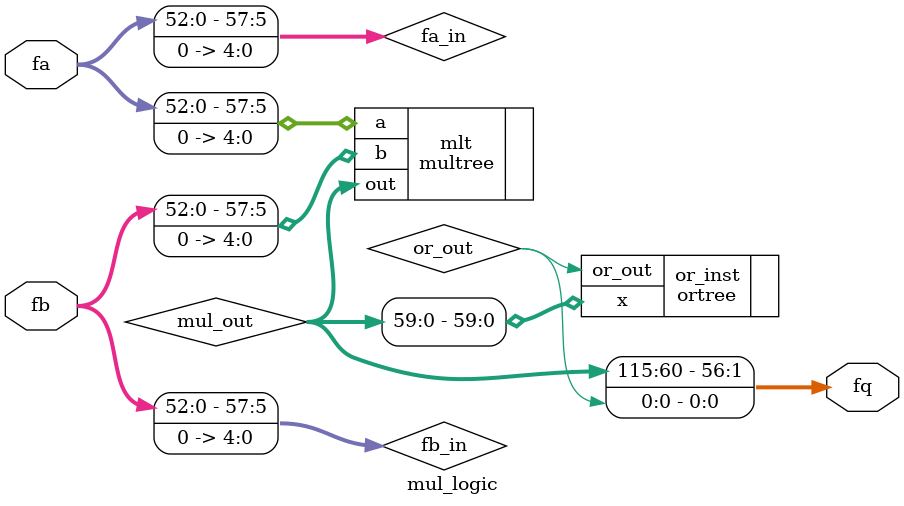
<source format=sv>
module mul_logic (
    input [52:0] fa,        
    input [52:0] fb,  
    output [56:0] fq 
);

wire [57:0] fa_in, fb_in;
assign fa_in = {fa, 5'b0};
assign fb_in = {fb, 5'b0};


wire [115:0] mul_out;        
multree mlt (
    .a(fa_in),
    .b(fb_in),
    .out(mul_out)
);


parameter n = 60;
wire or_out;
ortree #(n) or_inst (
    .x(mul_out[59:0]),
    .or_out(or_out)
);

assign fq = {mul_out[115:60], or_out};


endmodule


</source>
